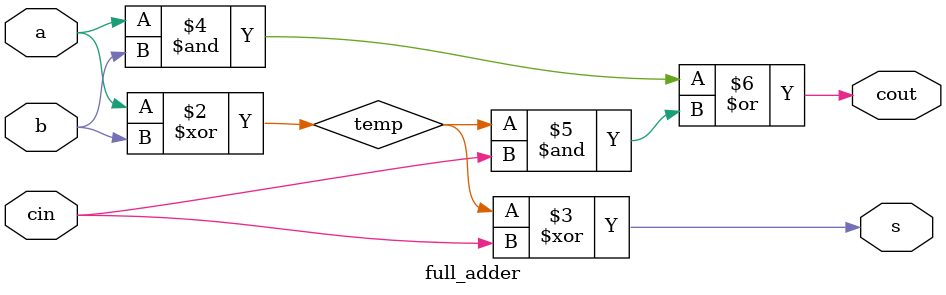
<source format=sv>
module full_adder 
(
  input logic a, b, cin,
  output logic s, cout
);
  
  logic temp;
  always_comb begin
    temp = a ^ b;
    s = temp ^ cin;
    cout = (a & b) | (temp & cin);
  end
endmodule



</source>
